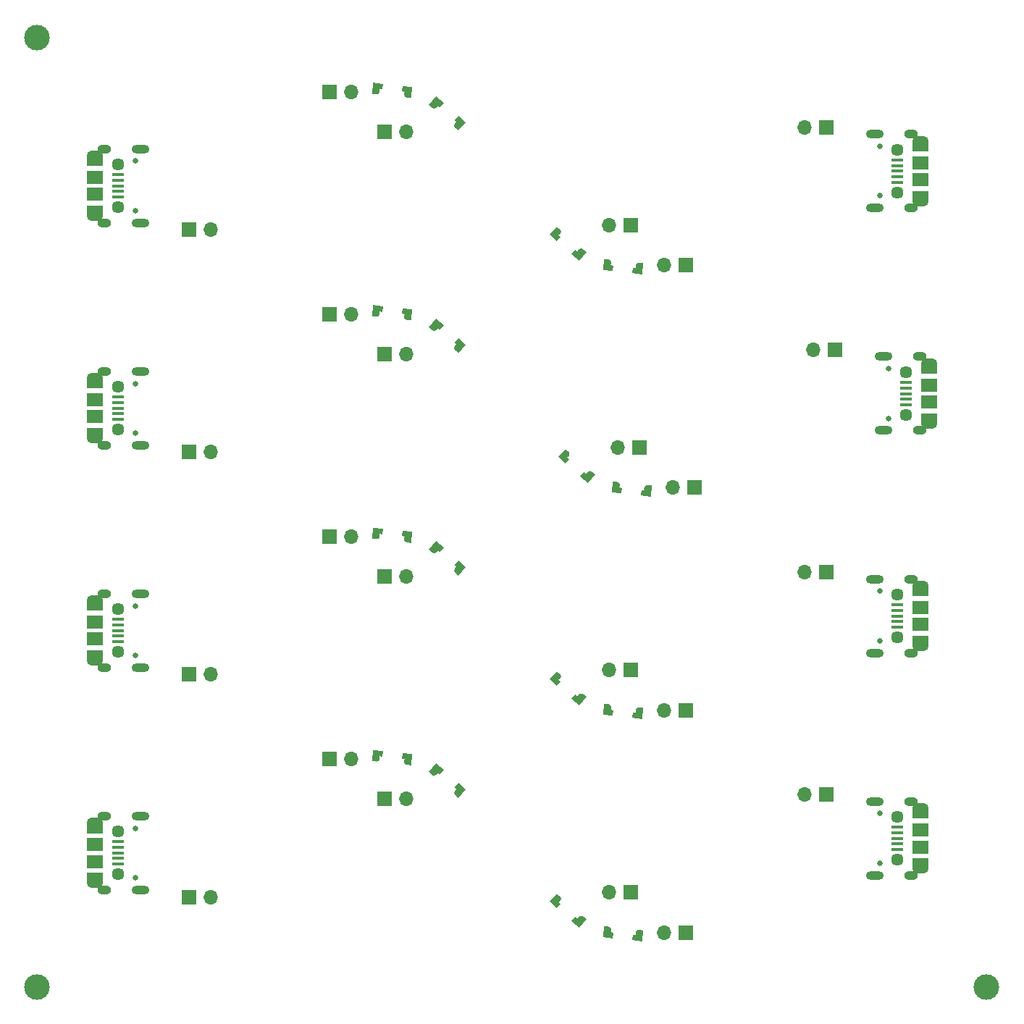
<source format=gbs>
%MOIN*%
%OFA0B0*%
%FSLAX46Y46*%
%IPPOS*%
%LPD*%
%ADD10C,0.0039370078740157488*%
%ADD11O,0.066929133858267723X0.066929133858267723*%
%ADD12R,0.066929133858267723X0.066929133858267723*%
%ADD13R,0.074803149606299218X0.059055118110236227*%
%ADD14C,0.057086614173228349*%
%ADD15R,0.053149606299212608X0.015748031496062995*%
%ADD16O,0.074803149606299218X0.047244094488188976*%
%ADD17R,0.074803149606299218X0.047244094488188976*%
%ADD18O,0.062992125984251982X0.03937007874015748*%
%ADD19C,0.025590551181102365*%
%ADD20O,0.082677165354330714X0.03937007874015748*%
%ADD31C,0.0039370078740157488*%
%ADD32O,0.066929133858267723X0.066929133858267723*%
%ADD33R,0.066929133858267723X0.066929133858267723*%
%ADD34R,0.074803149606299218X0.059055118110236227*%
%ADD35C,0.057086614173228349*%
%ADD36R,0.053149606299212608X0.015748031496062995*%
%ADD37O,0.074803149606299218X0.047244094488188976*%
%ADD38R,0.074803149606299218X0.047244094488188976*%
%ADD39O,0.062992125984251982X0.03937007874015748*%
%ADD40C,0.025590551181102365*%
%ADD41O,0.082677165354330714X0.03937007874015748*%
%ADD42C,0.0039370078740157488*%
%ADD43O,0.066929133858267723X0.066929133858267723*%
%ADD44R,0.066929133858267723X0.066929133858267723*%
%ADD45R,0.074803149606299218X0.059055118110236227*%
%ADD46C,0.057086614173228349*%
%ADD47R,0.053149606299212608X0.015748031496062995*%
%ADD48O,0.074803149606299218X0.047244094488188976*%
%ADD49R,0.074803149606299218X0.047244094488188976*%
%ADD50O,0.062992125984251982X0.03937007874015748*%
%ADD51C,0.025590551181102365*%
%ADD52O,0.082677165354330714X0.03937007874015748*%
%ADD53C,0.0039370078740157488*%
%ADD54O,0.066929133858267723X0.066929133858267723*%
%ADD55R,0.066929133858267723X0.066929133858267723*%
%ADD56R,0.074803149606299218X0.059055118110236227*%
%ADD57C,0.057086614173228349*%
%ADD58R,0.053149606299212608X0.015748031496062995*%
%ADD59O,0.074803149606299218X0.047244094488188976*%
%ADD60R,0.074803149606299218X0.047244094488188976*%
%ADD61O,0.062992125984251982X0.03937007874015748*%
%ADD62C,0.025590551181102365*%
%ADD63O,0.082677165354330714X0.03937007874015748*%
%ADD64C,0.0039370078740157488*%
%ADD65O,0.066929133858267723X0.066929133858267723*%
%ADD66R,0.066929133858267723X0.066929133858267723*%
%ADD67R,0.074803149606299218X0.059055118110236227*%
%ADD68C,0.057086614173228349*%
%ADD69R,0.053149606299212608X0.015748031496062995*%
%ADD70O,0.074803149606299218X0.047244094488188976*%
%ADD71R,0.074803149606299218X0.047244094488188976*%
%ADD72O,0.062992125984251982X0.03937007874015748*%
%ADD73C,0.025590551181102365*%
%ADD74O,0.082677165354330714X0.03937007874015748*%
%ADD75C,0.0039370078740157488*%
%ADD76O,0.066929133858267723X0.066929133858267723*%
%ADD77R,0.066929133858267723X0.066929133858267723*%
%ADD78R,0.074803149606299218X0.059055118110236227*%
%ADD79C,0.057086614173228349*%
%ADD80R,0.053149606299212608X0.015748031496062995*%
%ADD81O,0.074803149606299218X0.047244094488188976*%
%ADD82R,0.074803149606299218X0.047244094488188976*%
%ADD83O,0.062992125984251982X0.03937007874015748*%
%ADD84C,0.025590551181102365*%
%ADD85O,0.082677165354330714X0.03937007874015748*%
%ADD86C,0.0039370078740157488*%
%ADD87O,0.066929133858267723X0.066929133858267723*%
%ADD88R,0.066929133858267723X0.066929133858267723*%
%ADD89R,0.074803149606299218X0.059055118110236227*%
%ADD90C,0.057086614173228349*%
%ADD91R,0.053149606299212608X0.015748031496062995*%
%ADD92O,0.074803149606299218X0.047244094488188976*%
%ADD93R,0.074803149606299218X0.047244094488188976*%
%ADD94O,0.062992125984251982X0.03937007874015748*%
%ADD95C,0.025590551181102365*%
%ADD96O,0.082677165354330714X0.03937007874015748*%
%ADD97C,0.0039370078740157488*%
%ADD98O,0.066929133858267723X0.066929133858267723*%
%ADD99R,0.066929133858267723X0.066929133858267723*%
%ADD100R,0.074803149606299218X0.059055118110236227*%
%ADD101C,0.057086614173228349*%
%ADD102R,0.053149606299212608X0.015748031496062995*%
%ADD103O,0.074803149606299218X0.047244094488188976*%
%ADD104R,0.074803149606299218X0.047244094488188976*%
%ADD105O,0.062992125984251982X0.03937007874015748*%
%ADD106C,0.025590551181102365*%
%ADD107O,0.082677165354330714X0.03937007874015748*%
%ADD108C,0.11811023622047245*%
G01*
D10*
G36*
X0002057513Y0000987837D02*
G01*
X0002045627Y0000998168D01*
X0002045823Y0000998393D01*
X0002045255Y0000998718D01*
X0002043995Y0000999613D01*
X0002042828Y0001000627D01*
X0002041767Y0001001750D01*
X0002040821Y0001002972D01*
X0002039999Y0001004281D01*
X0002039309Y0001005664D01*
X0002038759Y0001007108D01*
X0002038352Y0001008599D01*
X0002038094Y0001010123D01*
X0002037986Y0001011664D01*
X0002038030Y0001013209D01*
X0002038225Y0001014742D01*
X0002038569Y0001016249D01*
X0002039060Y0001017714D01*
X0002039691Y0001019125D01*
X0002040458Y0001020467D01*
X0002041353Y0001021727D01*
X0002042367Y0001022893D01*
X0002043490Y0001023954D01*
X0002044712Y0001024901D01*
X0002046021Y0001025722D01*
X0002047404Y0001026412D01*
X0002048848Y0001026963D01*
X0002050339Y0001027369D01*
X0002050927Y0001027469D01*
X0002040132Y0001036854D01*
X0002056920Y0001056167D01*
X0002091090Y0001026464D01*
X0002057513Y0000987837D01*
G37*
G36*
X0001971792Y0001096261D02*
G01*
X0001960996Y0001105645D01*
X0001960979Y0001105048D01*
X0001960784Y0001103515D01*
X0001960440Y0001102009D01*
X0001959949Y0001100543D01*
X0001959318Y0001099133D01*
X0001958551Y0001097791D01*
X0001957656Y0001096531D01*
X0001956642Y0001095365D01*
X0001955519Y0001094303D01*
X0001954297Y0001093357D01*
X0001952988Y0001092535D01*
X0001951605Y0001091846D01*
X0001950161Y0001091295D01*
X0001948670Y0001090888D01*
X0001947146Y0001090630D01*
X0001945605Y0001090522D01*
X0001944060Y0001090566D01*
X0001942527Y0001090761D01*
X0001941020Y0001091105D01*
X0001939555Y0001091596D01*
X0001938144Y0001092227D01*
X0001936802Y0001092994D01*
X0001935542Y0001093889D01*
X0001934376Y0001094903D01*
X0001933314Y0001096026D01*
X0001932914Y0001096544D01*
X0001932718Y0001096319D01*
X0001920833Y0001106651D01*
X0001954411Y0001145277D01*
X0001988581Y0001115574D01*
X0001971792Y0001096261D01*
G37*
D11*
X0001817623Y0000982914D03*
D12*
X0001717623Y0000982914D03*
D13*
X0000383366Y0000773622D03*
D14*
X0000489665Y0000635826D03*
D15*
X0000489665Y0000708661D03*
X0000489665Y0000683070D03*
X0000489665Y0000785433D03*
X0000489665Y0000759842D03*
X0000489665Y0000734251D03*
D14*
X0000489665Y0000832677D03*
D13*
X0000383366Y0000694881D03*
D16*
X0000383366Y0000596456D03*
X0000383366Y0000872047D03*
D17*
X0000383366Y0000848425D03*
X0000383366Y0000620078D03*
D11*
X0000915323Y0000531814D03*
D12*
X0000815323Y0000531814D03*
D11*
X0001563582Y0001167322D03*
D12*
X0001463582Y0001167322D03*
D10*
G36*
X0001839070Y0001138172D02*
G01*
X0001823409Y0001139818D01*
X0001823440Y0001140115D01*
X0001822788Y0001140055D01*
X0001821242Y0001140065D01*
X0001819706Y0001140227D01*
X0001818192Y0001140538D01*
X0001816716Y0001140996D01*
X0001815292Y0001141597D01*
X0001813934Y0001142334D01*
X0001812655Y0001143201D01*
X0001811466Y0001144190D01*
X0001810381Y0001145290D01*
X0001809408Y0001146491D01*
X0001808558Y0001147781D01*
X0001807838Y0001149149D01*
X0001807256Y0001150580D01*
X0001806817Y0001152062D01*
X0001806526Y0001153580D01*
X0001806384Y0001155119D01*
X0001806395Y0001156664D01*
X0001806556Y0001158201D01*
X0001806867Y0001159715D01*
X0001807326Y0001161191D01*
X0001807926Y0001162615D01*
X0001808664Y0001163973D01*
X0001809531Y0001165252D01*
X0001810519Y0001166441D01*
X0001810944Y0001166860D01*
X0001796718Y0001168355D01*
X0001799393Y0001193805D01*
X0001844420Y0001189073D01*
X0001839070Y0001138172D01*
G37*
G36*
X0001706663Y0001177820D02*
G01*
X0001692436Y0001179315D01*
X0001692765Y0001178817D01*
X0001693484Y0001177449D01*
X0001694066Y0001176018D01*
X0001694505Y0001174536D01*
X0001694797Y0001173018D01*
X0001694938Y0001171479D01*
X0001694928Y0001169934D01*
X0001694767Y0001168397D01*
X0001694455Y0001166883D01*
X0001693997Y0001165407D01*
X0001693396Y0001163983D01*
X0001692659Y0001162625D01*
X0001691792Y0001161346D01*
X0001690804Y0001160158D01*
X0001689704Y0001159072D01*
X0001688503Y0001158099D01*
X0001687212Y0001157249D01*
X0001685844Y0001156530D01*
X0001684413Y0001155948D01*
X0001682931Y0001155509D01*
X0001681413Y0001155217D01*
X0001679874Y0001155076D01*
X0001678329Y0001155086D01*
X0001676792Y0001155247D01*
X0001675278Y0001155559D01*
X0001674653Y0001155753D01*
X0001674622Y0001155456D01*
X0001658960Y0001157102D01*
X0001664310Y0001208003D01*
X0001709338Y0001203271D01*
X0001706663Y0001177820D01*
G37*
D18*
X0000427285Y0000563935D03*
D19*
X0000570985Y0000620234D03*
D18*
X0000427285Y0000904092D03*
D19*
X0000570985Y0000847793D03*
D20*
X0000591851Y0000904092D03*
X0000591851Y0000563935D03*
G04 next file*
G04 Gerber Fmt 4.6, Leading zero omitted, Abs format (unit mm)*
G04 Created by KiCad (PCBNEW (5.1.10)-1) date 2021-07-16 00:37:02*
G01*
G04 APERTURE LIST*
G04 APERTURE END LIST*
D31*
G36*
X0002509416Y0000547595D02*
G01*
X0002521301Y0000537264D01*
X0002521105Y0000537039D01*
X0002521673Y0000536714D01*
X0002522934Y0000535819D01*
X0002524100Y0000534805D01*
X0002525161Y0000533682D01*
X0002526107Y0000532460D01*
X0002526929Y0000531151D01*
X0002527619Y0000529768D01*
X0002528170Y0000528324D01*
X0002528576Y0000526833D01*
X0002528834Y0000525309D01*
X0002528942Y0000523768D01*
X0002528898Y0000522223D01*
X0002528703Y0000520690D01*
X0002528359Y0000519183D01*
X0002527869Y0000517718D01*
X0002527237Y0000516307D01*
X0002526470Y0000514965D01*
X0002525575Y0000513705D01*
X0002524562Y0000512539D01*
X0002523438Y0000511478D01*
X0002522216Y0000510531D01*
X0002520907Y0000509710D01*
X0002519524Y0000509020D01*
X0002518080Y0000508469D01*
X0002516589Y0000508063D01*
X0002516001Y0000507963D01*
X0002526797Y0000498578D01*
X0002510008Y0000479265D01*
X0002475838Y0000508969D01*
X0002509416Y0000547595D01*
G37*
G36*
X0002595136Y0000439172D02*
G01*
X0002605932Y0000429787D01*
X0002605949Y0000430384D01*
X0002606144Y0000431917D01*
X0002606488Y0000433423D01*
X0002606979Y0000434889D01*
X0002607611Y0000436299D01*
X0002608377Y0000437641D01*
X0002609272Y0000438901D01*
X0002610286Y0000440068D01*
X0002611409Y0000441129D01*
X0002612631Y0000442075D01*
X0002613940Y0000442897D01*
X0002615323Y0000443586D01*
X0002616767Y0000444137D01*
X0002618258Y0000444544D01*
X0002619782Y0000444802D01*
X0002621324Y0000444910D01*
X0002622868Y0000444866D01*
X0002624401Y0000444671D01*
X0002625908Y0000444327D01*
X0002627374Y0000443836D01*
X0002628784Y0000443205D01*
X0002630126Y0000442438D01*
X0002631386Y0000441543D01*
X0002632552Y0000440529D01*
X0002633614Y0000439406D01*
X0002634014Y0000438888D01*
X0002634210Y0000439113D01*
X0002646095Y0000428782D01*
X0002612517Y0000390155D01*
X0002578347Y0000419858D01*
X0002595136Y0000439172D01*
G37*
D32*
X0002749305Y0000552518D03*
D33*
X0002849305Y0000552518D03*
D34*
X0004183562Y0000761810D03*
D35*
X0004077263Y0000899606D03*
D36*
X0004077263Y0000826771D03*
X0004077263Y0000852362D03*
X0004077263Y0000749999D03*
X0004077263Y0000775590D03*
X0004077263Y0000801181D03*
D35*
X0004077263Y0000702755D03*
D34*
X0004183562Y0000840551D03*
D37*
X0004183562Y0000938976D03*
X0004183562Y0000663385D03*
D38*
X0004183562Y0000687007D03*
X0004183562Y0000915354D03*
D32*
X0003651605Y0001003618D03*
D33*
X0003751605Y0001003618D03*
D32*
X0003003346Y0000368110D03*
D33*
X0003103346Y0000368110D03*
D31*
G36*
X0002727858Y0000397260D02*
G01*
X0002743520Y0000395614D01*
X0002743488Y0000395317D01*
X0002744140Y0000395377D01*
X0002745686Y0000395367D01*
X0002747223Y0000395206D01*
X0002748736Y0000394894D01*
X0002750212Y0000394436D01*
X0002751636Y0000393835D01*
X0002752994Y0000393098D01*
X0002754274Y0000392231D01*
X0002755462Y0000391242D01*
X0002756547Y0000390143D01*
X0002757520Y0000388942D01*
X0002758370Y0000387651D01*
X0002759090Y0000386283D01*
X0002759672Y0000384852D01*
X0002760111Y0000383370D01*
X0002760402Y0000381852D01*
X0002760544Y0000380313D01*
X0002760534Y0000378768D01*
X0002760372Y0000377231D01*
X0002760061Y0000375717D01*
X0002759602Y0000374241D01*
X0002759002Y0000372817D01*
X0002758264Y0000371459D01*
X0002757397Y0000370180D01*
X0002756409Y0000368992D01*
X0002755984Y0000368572D01*
X0002770210Y0000367077D01*
X0002767535Y0000341627D01*
X0002722508Y0000346359D01*
X0002727858Y0000397260D01*
G37*
G36*
X0002860266Y0000357612D02*
G01*
X0002874492Y0000356117D01*
X0002874163Y0000356615D01*
X0002873444Y0000357983D01*
X0002872862Y0000359414D01*
X0002872423Y0000360896D01*
X0002872131Y0000362414D01*
X0002871990Y0000363953D01*
X0002872000Y0000365498D01*
X0002872161Y0000367035D01*
X0002872473Y0000368549D01*
X0002872931Y0000370025D01*
X0002873532Y0000371449D01*
X0002874269Y0000372807D01*
X0002875136Y0000374086D01*
X0002876125Y0000375275D01*
X0002877224Y0000376360D01*
X0002878425Y0000377333D01*
X0002879716Y0000378183D01*
X0002881084Y0000378902D01*
X0002882515Y0000379485D01*
X0002883997Y0000379923D01*
X0002885515Y0000380215D01*
X0002887054Y0000380356D01*
X0002888599Y0000380346D01*
X0002890136Y0000380185D01*
X0002891650Y0000379873D01*
X0002892275Y0000379679D01*
X0002892306Y0000379976D01*
X0002907968Y0000378330D01*
X0002902618Y0000327429D01*
X0002857591Y0000332161D01*
X0002860266Y0000357612D01*
G37*
D39*
X0004139644Y0000971497D03*
D40*
X0003995943Y0000915198D03*
D39*
X0004139644Y0000631340D03*
D40*
X0003995943Y0000687639D03*
D41*
X0003975077Y0000631340D03*
X0003975077Y0000971497D03*
G04 next file*
G04 Gerber Fmt 4.6, Leading zero omitted, Abs format (unit mm)*
G04 Created by KiCad (PCBNEW (5.1.10)-1) date 2021-07-16 00:37:02*
G01*
G04 APERTURE LIST*
G04 APERTURE END LIST*
D42*
G36*
X0002057513Y0002011459D02*
G01*
X0002045627Y0002021790D01*
X0002045823Y0002022015D01*
X0002045255Y0002022340D01*
X0002043995Y0002023235D01*
X0002042828Y0002024249D01*
X0002041767Y0002025372D01*
X0002040821Y0002026594D01*
X0002039999Y0002027903D01*
X0002039309Y0002029286D01*
X0002038759Y0002030730D01*
X0002038352Y0002032221D01*
X0002038094Y0002033745D01*
X0002037986Y0002035286D01*
X0002038030Y0002036831D01*
X0002038225Y0002038364D01*
X0002038569Y0002039871D01*
X0002039060Y0002041336D01*
X0002039691Y0002042747D01*
X0002040458Y0002044089D01*
X0002041353Y0002045349D01*
X0002042367Y0002046515D01*
X0002043490Y0002047576D01*
X0002044712Y0002048523D01*
X0002046021Y0002049344D01*
X0002047404Y0002050034D01*
X0002048848Y0002050585D01*
X0002050339Y0002050991D01*
X0002050927Y0002051091D01*
X0002040132Y0002060476D01*
X0002056920Y0002079789D01*
X0002091090Y0002050086D01*
X0002057513Y0002011459D01*
G37*
G36*
X0001971792Y0002119883D02*
G01*
X0001960996Y0002129267D01*
X0001960979Y0002128671D01*
X0001960784Y0002127137D01*
X0001960440Y0002125631D01*
X0001959949Y0002124165D01*
X0001959318Y0002122755D01*
X0001958551Y0002121413D01*
X0001957656Y0002120153D01*
X0001956642Y0002118987D01*
X0001955519Y0002117925D01*
X0001954297Y0002116979D01*
X0001952988Y0002116157D01*
X0001951605Y0002115468D01*
X0001950161Y0002114917D01*
X0001948670Y0002114510D01*
X0001947146Y0002114252D01*
X0001945605Y0002114144D01*
X0001944060Y0002114188D01*
X0001942527Y0002114383D01*
X0001941020Y0002114728D01*
X0001939555Y0002115218D01*
X0001938144Y0002115850D01*
X0001936802Y0002116616D01*
X0001935542Y0002117511D01*
X0001934376Y0002118525D01*
X0001933314Y0002119648D01*
X0001932914Y0002120166D01*
X0001932718Y0002119941D01*
X0001920833Y0002130273D01*
X0001954411Y0002168899D01*
X0001988581Y0002139196D01*
X0001971792Y0002119883D01*
G37*
D43*
X0001817623Y0002006536D03*
D44*
X0001717623Y0002006536D03*
D45*
X0000383366Y0001797244D03*
D46*
X0000489665Y0001659448D03*
D47*
X0000489665Y0001732283D03*
X0000489665Y0001706692D03*
X0000489665Y0001809055D03*
X0000489665Y0001783464D03*
X0000489665Y0001757874D03*
D46*
X0000489665Y0001856299D03*
D45*
X0000383366Y0001718503D03*
D48*
X0000383366Y0001620078D03*
X0000383366Y0001895669D03*
D49*
X0000383366Y0001872047D03*
X0000383366Y0001643700D03*
D43*
X0000915323Y0001555436D03*
D44*
X0000815323Y0001555436D03*
D43*
X0001563582Y0002190944D03*
D44*
X0001463582Y0002190944D03*
D42*
G36*
X0001839070Y0002161794D02*
G01*
X0001823409Y0002163440D01*
X0001823440Y0002163737D01*
X0001822788Y0002163677D01*
X0001821242Y0002163687D01*
X0001819706Y0002163849D01*
X0001818192Y0002164160D01*
X0001816716Y0002164618D01*
X0001815292Y0002165219D01*
X0001813934Y0002165956D01*
X0001812655Y0002166823D01*
X0001811466Y0002167812D01*
X0001810381Y0002168912D01*
X0001809408Y0002170113D01*
X0001808558Y0002171403D01*
X0001807838Y0002172771D01*
X0001807256Y0002174202D01*
X0001806817Y0002175684D01*
X0001806526Y0002177202D01*
X0001806384Y0002178741D01*
X0001806395Y0002180286D01*
X0001806556Y0002181823D01*
X0001806867Y0002183337D01*
X0001807326Y0002184813D01*
X0001807926Y0002186237D01*
X0001808664Y0002187595D01*
X0001809531Y0002188874D01*
X0001810519Y0002190063D01*
X0001810944Y0002190482D01*
X0001796718Y0002191977D01*
X0001799393Y0002217427D01*
X0001844420Y0002212695D01*
X0001839070Y0002161794D01*
G37*
G36*
X0001706663Y0002201442D02*
G01*
X0001692436Y0002202938D01*
X0001692765Y0002202439D01*
X0001693484Y0002201071D01*
X0001694066Y0002199640D01*
X0001694505Y0002198158D01*
X0001694797Y0002196640D01*
X0001694938Y0002195101D01*
X0001694928Y0002193556D01*
X0001694767Y0002192019D01*
X0001694455Y0002190505D01*
X0001693997Y0002189029D01*
X0001693396Y0002187605D01*
X0001692659Y0002186247D01*
X0001691792Y0002184968D01*
X0001690804Y0002183780D01*
X0001689704Y0002182694D01*
X0001688503Y0002181721D01*
X0001687212Y0002180871D01*
X0001685844Y0002180152D01*
X0001684413Y0002179570D01*
X0001682931Y0002179131D01*
X0001681413Y0002178839D01*
X0001679874Y0002178698D01*
X0001678329Y0002178708D01*
X0001676792Y0002178869D01*
X0001675278Y0002179181D01*
X0001674653Y0002179375D01*
X0001674622Y0002179078D01*
X0001658960Y0002180725D01*
X0001664310Y0002231625D01*
X0001709338Y0002226893D01*
X0001706663Y0002201442D01*
G37*
D50*
X0000427285Y0001587557D03*
D51*
X0000570985Y0001643856D03*
D50*
X0000427285Y0001927714D03*
D51*
X0000570985Y0001871415D03*
D52*
X0000591851Y0001927714D03*
X0000591851Y0001587557D03*
G04 next file*
G04 Gerber Fmt 4.6, Leading zero omitted, Abs format (unit mm)*
G04 Created by KiCad (PCBNEW (5.1.10)-1) date 2021-07-16 00:37:02*
G01*
G04 APERTURE LIST*
G04 APERTURE END LIST*
D53*
G36*
X0002509416Y0001571217D02*
G01*
X0002521301Y0001560886D01*
X0002521105Y0001560661D01*
X0002521673Y0001560336D01*
X0002522934Y0001559441D01*
X0002524100Y0001558427D01*
X0002525161Y0001557304D01*
X0002526107Y0001556082D01*
X0002526929Y0001554773D01*
X0002527619Y0001553390D01*
X0002528170Y0001551946D01*
X0002528576Y0001550455D01*
X0002528834Y0001548931D01*
X0002528942Y0001547390D01*
X0002528898Y0001545845D01*
X0002528703Y0001544312D01*
X0002528359Y0001542805D01*
X0002527869Y0001541340D01*
X0002527237Y0001539929D01*
X0002526470Y0001538587D01*
X0002525575Y0001537327D01*
X0002524562Y0001536161D01*
X0002523438Y0001535100D01*
X0002522216Y0001534154D01*
X0002520907Y0001533332D01*
X0002519524Y0001532642D01*
X0002518080Y0001532092D01*
X0002516589Y0001531685D01*
X0002516001Y0001531585D01*
X0002526797Y0001522201D01*
X0002510008Y0001502887D01*
X0002475838Y0001532591D01*
X0002509416Y0001571217D01*
G37*
G36*
X0002595136Y0001462794D02*
G01*
X0002605932Y0001453409D01*
X0002605949Y0001454006D01*
X0002606144Y0001455539D01*
X0002606488Y0001457045D01*
X0002606979Y0001458511D01*
X0002607611Y0001459921D01*
X0002608377Y0001461263D01*
X0002609272Y0001462523D01*
X0002610286Y0001463690D01*
X0002611409Y0001464751D01*
X0002612631Y0001465697D01*
X0002613940Y0001466519D01*
X0002615323Y0001467208D01*
X0002616767Y0001467759D01*
X0002618258Y0001468166D01*
X0002619782Y0001468424D01*
X0002621324Y0001468532D01*
X0002622868Y0001468488D01*
X0002624401Y0001468293D01*
X0002625908Y0001467949D01*
X0002627374Y0001467458D01*
X0002628784Y0001466827D01*
X0002630126Y0001466060D01*
X0002631386Y0001465165D01*
X0002632552Y0001464151D01*
X0002633614Y0001463028D01*
X0002634014Y0001462510D01*
X0002634210Y0001462735D01*
X0002646095Y0001452404D01*
X0002612517Y0001413777D01*
X0002578347Y0001443480D01*
X0002595136Y0001462794D01*
G37*
D54*
X0002749305Y0001576140D03*
D55*
X0002849305Y0001576140D03*
D56*
X0004183562Y0001785433D03*
D57*
X0004077263Y0001923228D03*
D58*
X0004077263Y0001850393D03*
X0004077263Y0001875984D03*
X0004077263Y0001773622D03*
X0004077263Y0001799212D03*
X0004077263Y0001824803D03*
D57*
X0004077263Y0001726377D03*
D56*
X0004183562Y0001864173D03*
D59*
X0004183562Y0001962598D03*
X0004183562Y0001687007D03*
D60*
X0004183562Y0001710629D03*
X0004183562Y0001938976D03*
D54*
X0003651605Y0002027240D03*
D55*
X0003751605Y0002027240D03*
D54*
X0003003346Y0001391732D03*
D55*
X0003103346Y0001391732D03*
D53*
G36*
X0002727858Y0001420882D02*
G01*
X0002743520Y0001419236D01*
X0002743488Y0001418939D01*
X0002744140Y0001418999D01*
X0002745686Y0001418989D01*
X0002747223Y0001418828D01*
X0002748736Y0001418516D01*
X0002750212Y0001418058D01*
X0002751636Y0001417457D01*
X0002752994Y0001416720D01*
X0002754274Y0001415853D01*
X0002755462Y0001414865D01*
X0002756547Y0001413765D01*
X0002757520Y0001412564D01*
X0002758370Y0001411273D01*
X0002759090Y0001409905D01*
X0002759672Y0001408474D01*
X0002760111Y0001406992D01*
X0002760402Y0001405474D01*
X0002760544Y0001403935D01*
X0002760534Y0001402390D01*
X0002760372Y0001400853D01*
X0002760061Y0001399339D01*
X0002759602Y0001397863D01*
X0002759002Y0001396439D01*
X0002758264Y0001395081D01*
X0002757397Y0001393802D01*
X0002756409Y0001392614D01*
X0002755984Y0001392194D01*
X0002770210Y0001390699D01*
X0002767535Y0001365249D01*
X0002722508Y0001369981D01*
X0002727858Y0001420882D01*
G37*
G36*
X0002860266Y0001381234D02*
G01*
X0002874492Y0001379739D01*
X0002874163Y0001380237D01*
X0002873444Y0001381605D01*
X0002872862Y0001383036D01*
X0002872423Y0001384518D01*
X0002872131Y0001386036D01*
X0002871990Y0001387575D01*
X0002872000Y0001389120D01*
X0002872161Y0001390657D01*
X0002872473Y0001392171D01*
X0002872931Y0001393647D01*
X0002873532Y0001395071D01*
X0002874269Y0001396429D01*
X0002875136Y0001397708D01*
X0002876125Y0001398897D01*
X0002877224Y0001399982D01*
X0002878425Y0001400955D01*
X0002879716Y0001401805D01*
X0002881084Y0001402524D01*
X0002882515Y0001403107D01*
X0002883997Y0001403545D01*
X0002885515Y0001403837D01*
X0002887054Y0001403978D01*
X0002888599Y0001403968D01*
X0002890136Y0001403807D01*
X0002891650Y0001403495D01*
X0002892275Y0001403301D01*
X0002892306Y0001403598D01*
X0002907968Y0001401952D01*
X0002902618Y0001351051D01*
X0002857591Y0001355784D01*
X0002860266Y0001381234D01*
G37*
D61*
X0004139644Y0001995119D03*
D62*
X0003995943Y0001938820D03*
D61*
X0004139644Y0001654962D03*
D62*
X0003995943Y0001711261D03*
D63*
X0003975077Y0001654962D03*
X0003975077Y0001995119D03*
G04 next file*
G04 Gerber Fmt 4.6, Leading zero omitted, Abs format (unit mm)*
G04 Created by KiCad (PCBNEW (5.1.10)-1) date 2021-07-16 00:37:02*
G01*
G04 APERTURE LIST*
G04 APERTURE END LIST*
D64*
G36*
X0002057513Y0003035081D02*
G01*
X0002045627Y0003045412D01*
X0002045823Y0003045637D01*
X0002045255Y0003045962D01*
X0002043995Y0003046857D01*
X0002042828Y0003047871D01*
X0002041767Y0003048994D01*
X0002040821Y0003050216D01*
X0002039999Y0003051525D01*
X0002039309Y0003052908D01*
X0002038759Y0003054352D01*
X0002038352Y0003055843D01*
X0002038094Y0003057367D01*
X0002037986Y0003058908D01*
X0002038030Y0003060453D01*
X0002038225Y0003061986D01*
X0002038569Y0003063493D01*
X0002039060Y0003064958D01*
X0002039691Y0003066369D01*
X0002040458Y0003067711D01*
X0002041353Y0003068971D01*
X0002042367Y0003070137D01*
X0002043490Y0003071199D01*
X0002044712Y0003072145D01*
X0002046021Y0003072966D01*
X0002047404Y0003073656D01*
X0002048848Y0003074207D01*
X0002050339Y0003074613D01*
X0002050927Y0003074713D01*
X0002040132Y0003084098D01*
X0002056920Y0003103411D01*
X0002091090Y0003073708D01*
X0002057513Y0003035081D01*
G37*
G36*
X0001971792Y0003143505D02*
G01*
X0001960996Y0003152889D01*
X0001960979Y0003152293D01*
X0001960784Y0003150759D01*
X0001960440Y0003149253D01*
X0001959949Y0003147787D01*
X0001959318Y0003146377D01*
X0001958551Y0003145035D01*
X0001957656Y0003143775D01*
X0001956642Y0003142609D01*
X0001955519Y0003141547D01*
X0001954297Y0003140601D01*
X0001952988Y0003139779D01*
X0001951605Y0003139090D01*
X0001950161Y0003138539D01*
X0001948670Y0003138133D01*
X0001947146Y0003137874D01*
X0001945605Y0003137766D01*
X0001944060Y0003137810D01*
X0001942527Y0003138005D01*
X0001941020Y0003138350D01*
X0001939555Y0003138840D01*
X0001938144Y0003139472D01*
X0001936802Y0003140238D01*
X0001935542Y0003141133D01*
X0001934376Y0003142147D01*
X0001933314Y0003143270D01*
X0001932914Y0003143788D01*
X0001932718Y0003143563D01*
X0001920833Y0003153895D01*
X0001954411Y0003192522D01*
X0001988581Y0003162818D01*
X0001971792Y0003143505D01*
G37*
D65*
X0001817623Y0003030158D03*
D66*
X0001717623Y0003030158D03*
D67*
X0000383366Y0002820866D03*
D68*
X0000489665Y0002683070D03*
D69*
X0000489665Y0002755905D03*
X0000489665Y0002730314D03*
X0000489665Y0002832677D03*
X0000489665Y0002807086D03*
X0000489665Y0002781496D03*
D68*
X0000489665Y0002879921D03*
D67*
X0000383366Y0002742125D03*
D70*
X0000383366Y0002643700D03*
X0000383366Y0002919291D03*
D71*
X0000383366Y0002895669D03*
X0000383366Y0002667322D03*
D65*
X0000915323Y0002579058D03*
D66*
X0000815323Y0002579058D03*
D65*
X0001563582Y0003214566D03*
D66*
X0001463582Y0003214566D03*
D64*
G36*
X0001839070Y0003185416D02*
G01*
X0001823409Y0003187062D01*
X0001823440Y0003187359D01*
X0001822788Y0003187299D01*
X0001821242Y0003187309D01*
X0001819706Y0003187471D01*
X0001818192Y0003187782D01*
X0001816716Y0003188240D01*
X0001815292Y0003188841D01*
X0001813934Y0003189578D01*
X0001812655Y0003190445D01*
X0001811466Y0003191434D01*
X0001810381Y0003192534D01*
X0001809408Y0003193735D01*
X0001808558Y0003195025D01*
X0001807838Y0003196393D01*
X0001807256Y0003197825D01*
X0001806817Y0003199306D01*
X0001806526Y0003200824D01*
X0001806384Y0003202363D01*
X0001806395Y0003203908D01*
X0001806556Y0003205445D01*
X0001806867Y0003206959D01*
X0001807326Y0003208435D01*
X0001807926Y0003209859D01*
X0001808664Y0003211217D01*
X0001809531Y0003212496D01*
X0001810519Y0003213685D01*
X0001810944Y0003214104D01*
X0001796718Y0003215599D01*
X0001799393Y0003241050D01*
X0001844420Y0003236317D01*
X0001839070Y0003185416D01*
G37*
G36*
X0001706663Y0003225064D02*
G01*
X0001692436Y0003226560D01*
X0001692765Y0003226061D01*
X0001693484Y0003224693D01*
X0001694066Y0003223262D01*
X0001694505Y0003221780D01*
X0001694797Y0003220262D01*
X0001694938Y0003218723D01*
X0001694928Y0003217178D01*
X0001694767Y0003215641D01*
X0001694455Y0003214127D01*
X0001693997Y0003212651D01*
X0001693396Y0003211227D01*
X0001692659Y0003209869D01*
X0001691792Y0003208590D01*
X0001690804Y0003207402D01*
X0001689704Y0003206316D01*
X0001688503Y0003205344D01*
X0001687212Y0003204493D01*
X0001685844Y0003203774D01*
X0001684413Y0003203192D01*
X0001682931Y0003202753D01*
X0001681413Y0003202461D01*
X0001679874Y0003202320D01*
X0001678329Y0003202330D01*
X0001676792Y0003202491D01*
X0001675278Y0003202803D01*
X0001674653Y0003202997D01*
X0001674622Y0003202700D01*
X0001658960Y0003204347D01*
X0001664310Y0003255247D01*
X0001709338Y0003250515D01*
X0001706663Y0003225064D01*
G37*
D72*
X0000427285Y0002611179D03*
D73*
X0000570985Y0002667478D03*
D72*
X0000427285Y0002951337D03*
D73*
X0000570985Y0002895037D03*
D74*
X0000591851Y0002951337D03*
X0000591851Y0002611179D03*
G04 next file*
G04 Gerber Fmt 4.6, Leading zero omitted, Abs format (unit mm)*
G04 Created by KiCad (PCBNEW (5.1.10)-1) date 2021-07-16 00:37:02*
G01*
G04 APERTURE LIST*
G04 APERTURE END LIST*
D75*
G36*
X0002057513Y0004058703D02*
G01*
X0002045627Y0004069034D01*
X0002045823Y0004069259D01*
X0002045255Y0004069584D01*
X0002043995Y0004070479D01*
X0002042828Y0004071493D01*
X0002041767Y0004072616D01*
X0002040821Y0004073838D01*
X0002039999Y0004075147D01*
X0002039309Y0004076530D01*
X0002038759Y0004077974D01*
X0002038352Y0004079465D01*
X0002038094Y0004080989D01*
X0002037986Y0004082530D01*
X0002038030Y0004084075D01*
X0002038225Y0004085608D01*
X0002038569Y0004087115D01*
X0002039060Y0004088581D01*
X0002039691Y0004089991D01*
X0002040458Y0004091333D01*
X0002041353Y0004092593D01*
X0002042367Y0004093759D01*
X0002043490Y0004094821D01*
X0002044712Y0004095767D01*
X0002046021Y0004096589D01*
X0002047404Y0004097278D01*
X0002048848Y0004097829D01*
X0002050339Y0004098235D01*
X0002050927Y0004098335D01*
X0002040132Y0004107720D01*
X0002056920Y0004127033D01*
X0002091090Y0004097330D01*
X0002057513Y0004058703D01*
G37*
G36*
X0001971792Y0004167127D02*
G01*
X0001960996Y0004176511D01*
X0001960979Y0004175915D01*
X0001960784Y0004174382D01*
X0001960440Y0004172875D01*
X0001959949Y0004171409D01*
X0001959318Y0004169999D01*
X0001958551Y0004168657D01*
X0001957656Y0004167397D01*
X0001956642Y0004166231D01*
X0001955519Y0004165169D01*
X0001954297Y0004164223D01*
X0001952988Y0004163401D01*
X0001951605Y0004162712D01*
X0001950161Y0004162161D01*
X0001948670Y0004161755D01*
X0001947146Y0004161496D01*
X0001945605Y0004161388D01*
X0001944060Y0004161432D01*
X0001942527Y0004161627D01*
X0001941020Y0004161972D01*
X0001939555Y0004162462D01*
X0001938144Y0004163094D01*
X0001936802Y0004163861D01*
X0001935542Y0004164755D01*
X0001934376Y0004165769D01*
X0001933314Y0004166892D01*
X0001932914Y0004167410D01*
X0001932718Y0004167185D01*
X0001920833Y0004177517D01*
X0001954411Y0004216144D01*
X0001988581Y0004186440D01*
X0001971792Y0004167127D01*
G37*
D76*
X0001817623Y0004053780D03*
D77*
X0001717623Y0004053780D03*
D78*
X0000383366Y0003844488D03*
D79*
X0000489665Y0003706692D03*
D80*
X0000489665Y0003779527D03*
X0000489665Y0003753937D03*
X0000489665Y0003856299D03*
X0000489665Y0003830708D03*
X0000489665Y0003805118D03*
D79*
X0000489665Y0003903543D03*
D78*
X0000383366Y0003765748D03*
D81*
X0000383366Y0003667322D03*
X0000383366Y0003942913D03*
D82*
X0000383366Y0003919291D03*
X0000383366Y0003690944D03*
D76*
X0000915323Y0003602680D03*
D77*
X0000815323Y0003602680D03*
D76*
X0001563582Y0004238188D03*
D77*
X0001463582Y0004238188D03*
D75*
G36*
X0001839070Y0004209038D02*
G01*
X0001823409Y0004210684D01*
X0001823440Y0004210981D01*
X0001822788Y0004210921D01*
X0001821242Y0004210931D01*
X0001819706Y0004211093D01*
X0001818192Y0004211404D01*
X0001816716Y0004211862D01*
X0001815292Y0004212463D01*
X0001813934Y0004213201D01*
X0001812655Y0004214068D01*
X0001811466Y0004215056D01*
X0001810381Y0004216156D01*
X0001809408Y0004217357D01*
X0001808558Y0004218647D01*
X0001807838Y0004220015D01*
X0001807256Y0004221447D01*
X0001806817Y0004222928D01*
X0001806526Y0004224446D01*
X0001806384Y0004225985D01*
X0001806395Y0004227530D01*
X0001806556Y0004229067D01*
X0001806867Y0004230581D01*
X0001807326Y0004232057D01*
X0001807926Y0004233481D01*
X0001808664Y0004234839D01*
X0001809531Y0004236118D01*
X0001810519Y0004237307D01*
X0001810944Y0004237726D01*
X0001796718Y0004239221D01*
X0001799393Y0004264672D01*
X0001844420Y0004259939D01*
X0001839070Y0004209038D01*
G37*
G36*
X0001706663Y0004248686D02*
G01*
X0001692436Y0004250182D01*
X0001692765Y0004249683D01*
X0001693484Y0004248315D01*
X0001694066Y0004246884D01*
X0001694505Y0004245402D01*
X0001694797Y0004243884D01*
X0001694938Y0004242345D01*
X0001694928Y0004240800D01*
X0001694767Y0004239263D01*
X0001694455Y0004237749D01*
X0001693997Y0004236273D01*
X0001693396Y0004234849D01*
X0001692659Y0004233491D01*
X0001691792Y0004232212D01*
X0001690804Y0004231024D01*
X0001689704Y0004229938D01*
X0001688503Y0004228966D01*
X0001687212Y0004228115D01*
X0001685844Y0004227396D01*
X0001684413Y0004226814D01*
X0001682931Y0004226375D01*
X0001681413Y0004226083D01*
X0001679874Y0004225942D01*
X0001678329Y0004225952D01*
X0001676792Y0004226113D01*
X0001675278Y0004226425D01*
X0001674653Y0004226619D01*
X0001674622Y0004226322D01*
X0001658960Y0004227969D01*
X0001664310Y0004278869D01*
X0001709338Y0004274137D01*
X0001706663Y0004248686D01*
G37*
D83*
X0000427285Y0003634801D03*
D84*
X0000570985Y0003691100D03*
D83*
X0000427285Y0003974959D03*
D84*
X0000570985Y0003918659D03*
D85*
X0000591851Y0003974959D03*
X0000591851Y0003634801D03*
G04 next file*
G04 Gerber Fmt 4.6, Leading zero omitted, Abs format (unit mm)*
G04 Created by KiCad (PCBNEW (5.1.10)-1) date 2021-07-16 00:37:02*
G01*
G04 APERTURE LIST*
G04 APERTURE END LIST*
D86*
G36*
X0002548786Y0002594840D02*
G01*
X0002560671Y0002584508D01*
X0002560475Y0002584283D01*
X0002561044Y0002583958D01*
X0002562304Y0002583063D01*
X0002563470Y0002582049D01*
X0002564531Y0002580926D01*
X0002565477Y0002579704D01*
X0002566299Y0002578395D01*
X0002566989Y0002577012D01*
X0002567540Y0002575568D01*
X0002567946Y0002574077D01*
X0002568204Y0002572554D01*
X0002568312Y0002571012D01*
X0002568268Y0002569467D01*
X0002568073Y0002567934D01*
X0002567729Y0002566427D01*
X0002567239Y0002564962D01*
X0002566607Y0002563551D01*
X0002565840Y0002562210D01*
X0002564945Y0002560949D01*
X0002563932Y0002559783D01*
X0002562808Y0002558722D01*
X0002561586Y0002557776D01*
X0002560277Y0002556954D01*
X0002558894Y0002556264D01*
X0002557450Y0002555714D01*
X0002555959Y0002555307D01*
X0002555371Y0002555207D01*
X0002566167Y0002545823D01*
X0002549378Y0002526509D01*
X0002515208Y0002556213D01*
X0002548786Y0002594840D01*
G37*
G36*
X0002634506Y0002486416D02*
G01*
X0002645302Y0002477031D01*
X0002645319Y0002477628D01*
X0002645514Y0002479161D01*
X0002645859Y0002480667D01*
X0002646349Y0002482133D01*
X0002646981Y0002483543D01*
X0002647747Y0002484885D01*
X0002648642Y0002486145D01*
X0002649656Y0002487312D01*
X0002650779Y0002488373D01*
X0002652001Y0002489319D01*
X0002653310Y0002490141D01*
X0002654693Y0002490830D01*
X0002656137Y0002491381D01*
X0002657628Y0002491788D01*
X0002659152Y0002492046D01*
X0002660694Y0002492154D01*
X0002662238Y0002492110D01*
X0002663772Y0002491915D01*
X0002665278Y0002491571D01*
X0002666744Y0002491080D01*
X0002668154Y0002490449D01*
X0002669496Y0002489682D01*
X0002670756Y0002488787D01*
X0002671922Y0002487773D01*
X0002672984Y0002486650D01*
X0002673385Y0002486132D01*
X0002673580Y0002486357D01*
X0002685465Y0002476026D01*
X0002651887Y0002437399D01*
X0002617718Y0002467102D01*
X0002634506Y0002486416D01*
G37*
D87*
X0002788675Y0002599762D03*
D88*
X0002888675Y0002599762D03*
D89*
X0004222933Y0002809055D03*
D90*
X0004116633Y0002946850D03*
D91*
X0004116633Y0002874015D03*
X0004116633Y0002899606D03*
X0004116633Y0002797244D03*
X0004116633Y0002822834D03*
X0004116633Y0002848425D03*
D90*
X0004116633Y0002750000D03*
D89*
X0004222933Y0002887795D03*
D92*
X0004222933Y0002986220D03*
X0004222933Y0002710629D03*
D93*
X0004222933Y0002734251D03*
X0004222933Y0002962598D03*
D87*
X0003690975Y0003050862D03*
D88*
X0003790975Y0003050862D03*
D87*
X0003042716Y0002415354D03*
D88*
X0003142716Y0002415354D03*
D86*
G36*
X0002767228Y0002444504D02*
G01*
X0002782890Y0002442858D01*
X0002782858Y0002442561D01*
X0002783510Y0002442621D01*
X0002785056Y0002442611D01*
X0002786593Y0002442450D01*
X0002788106Y0002442138D01*
X0002789582Y0002441680D01*
X0002791006Y0002441079D01*
X0002792364Y0002440342D01*
X0002793644Y0002439475D01*
X0002794832Y0002438487D01*
X0002795918Y0002437387D01*
X0002796890Y0002436186D01*
X0002797740Y0002434895D01*
X0002798460Y0002433527D01*
X0002799042Y0002432096D01*
X0002799481Y0002430614D01*
X0002799772Y0002429096D01*
X0002799914Y0002427557D01*
X0002799904Y0002426012D01*
X0002799742Y0002424475D01*
X0002799431Y0002422961D01*
X0002798972Y0002421485D01*
X0002798372Y0002420061D01*
X0002797634Y0002418703D01*
X0002796767Y0002417424D01*
X0002795779Y0002416236D01*
X0002795354Y0002415816D01*
X0002809580Y0002414321D01*
X0002806906Y0002388871D01*
X0002761878Y0002393603D01*
X0002767228Y0002444504D01*
G37*
G36*
X0002899636Y0002404856D02*
G01*
X0002913862Y0002403361D01*
X0002913533Y0002403859D01*
X0002912814Y0002405227D01*
X0002912232Y0002406658D01*
X0002911793Y0002408140D01*
X0002911501Y0002409658D01*
X0002911360Y0002411197D01*
X0002911370Y0002412742D01*
X0002911532Y0002414279D01*
X0002911843Y0002415793D01*
X0002912301Y0002417269D01*
X0002912902Y0002418693D01*
X0002913639Y0002420051D01*
X0002914506Y0002421330D01*
X0002915495Y0002422519D01*
X0002916595Y0002423604D01*
X0002917796Y0002424577D01*
X0002919086Y0002425427D01*
X0002920454Y0002426147D01*
X0002921885Y0002426729D01*
X0002923367Y0002427168D01*
X0002924885Y0002427459D01*
X0002926424Y0002427600D01*
X0002927969Y0002427590D01*
X0002929506Y0002427429D01*
X0002931020Y0002427117D01*
X0002931645Y0002426923D01*
X0002931676Y0002427220D01*
X0002947338Y0002425574D01*
X0002941988Y0002374673D01*
X0002896961Y0002379406D01*
X0002899636Y0002404856D01*
G37*
D94*
X0004179014Y0003018741D03*
D95*
X0004035313Y0002962442D03*
D94*
X0004179014Y0002678584D03*
D95*
X0004035313Y0002734883D03*
D96*
X0004014447Y0002678584D03*
X0004014447Y0003018741D03*
G04 next file*
G04 Gerber Fmt 4.6, Leading zero omitted, Abs format (unit mm)*
G04 Created by KiCad (PCBNEW (5.1.10)-1) date 2021-07-16 00:37:02*
G01*
G04 APERTURE LIST*
G04 APERTURE END LIST*
D97*
G36*
X0002509416Y0003618462D02*
G01*
X0002521301Y0003608130D01*
X0002521105Y0003607905D01*
X0002521673Y0003607580D01*
X0002522934Y0003606685D01*
X0002524100Y0003605671D01*
X0002525161Y0003604548D01*
X0002526107Y0003603326D01*
X0002526929Y0003602017D01*
X0002527619Y0003600634D01*
X0002528170Y0003599190D01*
X0002528576Y0003597699D01*
X0002528834Y0003596176D01*
X0002528942Y0003594634D01*
X0002528898Y0003593089D01*
X0002528703Y0003591556D01*
X0002528359Y0003590049D01*
X0002527869Y0003588584D01*
X0002527237Y0003587173D01*
X0002526470Y0003585832D01*
X0002525575Y0003584572D01*
X0002524562Y0003583405D01*
X0002523438Y0003582344D01*
X0002522216Y0003581398D01*
X0002520907Y0003580576D01*
X0002519524Y0003579886D01*
X0002518080Y0003579336D01*
X0002516589Y0003578929D01*
X0002516001Y0003578829D01*
X0002526797Y0003569445D01*
X0002510008Y0003550131D01*
X0002475838Y0003579835D01*
X0002509416Y0003618462D01*
G37*
G36*
X0002595136Y0003510038D02*
G01*
X0002605932Y0003500653D01*
X0002605949Y0003501250D01*
X0002606144Y0003502783D01*
X0002606488Y0003504289D01*
X0002606979Y0003505755D01*
X0002607611Y0003507165D01*
X0002608377Y0003508507D01*
X0002609272Y0003509767D01*
X0002610286Y0003510934D01*
X0002611409Y0003511995D01*
X0002612631Y0003512941D01*
X0002613940Y0003513763D01*
X0002615323Y0003514453D01*
X0002616767Y0003515003D01*
X0002618258Y0003515410D01*
X0002619782Y0003515668D01*
X0002621324Y0003515776D01*
X0002622868Y0003515732D01*
X0002624401Y0003515537D01*
X0002625908Y0003515193D01*
X0002627374Y0003514702D01*
X0002628784Y0003514071D01*
X0002630126Y0003513304D01*
X0002631386Y0003512409D01*
X0002632552Y0003511395D01*
X0002633614Y0003510272D01*
X0002634014Y0003509754D01*
X0002634210Y0003509979D01*
X0002646095Y0003499648D01*
X0002612517Y0003461021D01*
X0002578347Y0003490724D01*
X0002595136Y0003510038D01*
G37*
D98*
X0002749305Y0003623385D03*
D99*
X0002849305Y0003623385D03*
D100*
X0004183562Y0003832677D03*
D101*
X0004077263Y0003970472D03*
D102*
X0004077263Y0003897637D03*
X0004077263Y0003923228D03*
X0004077263Y0003820866D03*
X0004077263Y0003846456D03*
X0004077263Y0003872047D03*
D101*
X0004077263Y0003773622D03*
D100*
X0004183562Y0003911417D03*
D103*
X0004183562Y0004009842D03*
X0004183562Y0003734251D03*
D104*
X0004183562Y0003757874D03*
X0004183562Y0003986220D03*
D98*
X0003651605Y0004074485D03*
D99*
X0003751605Y0004074485D03*
D98*
X0003003346Y0003438976D03*
D99*
X0003103346Y0003438976D03*
D97*
G36*
X0002727858Y0003468126D02*
G01*
X0002743520Y0003466480D01*
X0002743488Y0003466183D01*
X0002744140Y0003466243D01*
X0002745686Y0003466233D01*
X0002747223Y0003466072D01*
X0002748736Y0003465760D01*
X0002750212Y0003465302D01*
X0002751636Y0003464701D01*
X0002752994Y0003463964D01*
X0002754274Y0003463097D01*
X0002755462Y0003462109D01*
X0002756547Y0003461009D01*
X0002757520Y0003459808D01*
X0002758370Y0003458517D01*
X0002759090Y0003457149D01*
X0002759672Y0003455718D01*
X0002760111Y0003454236D01*
X0002760402Y0003452718D01*
X0002760544Y0003451179D01*
X0002760534Y0003449634D01*
X0002760372Y0003448097D01*
X0002760061Y0003446583D01*
X0002759602Y0003445107D01*
X0002759002Y0003443683D01*
X0002758264Y0003442325D01*
X0002757397Y0003441046D01*
X0002756409Y0003439858D01*
X0002755984Y0003439438D01*
X0002770210Y0003437943D01*
X0002767535Y0003412493D01*
X0002722508Y0003417225D01*
X0002727858Y0003468126D01*
G37*
G36*
X0002860266Y0003428478D02*
G01*
X0002874492Y0003426983D01*
X0002874163Y0003427481D01*
X0002873444Y0003428849D01*
X0002872862Y0003430281D01*
X0002872423Y0003431762D01*
X0002872131Y0003433280D01*
X0002871990Y0003434819D01*
X0002872000Y0003436364D01*
X0002872161Y0003437901D01*
X0002872473Y0003439415D01*
X0002872931Y0003440891D01*
X0002873532Y0003442315D01*
X0002874269Y0003443673D01*
X0002875136Y0003444952D01*
X0002876125Y0003446141D01*
X0002877224Y0003447226D01*
X0002878425Y0003448199D01*
X0002879716Y0003449049D01*
X0002881084Y0003449769D01*
X0002882515Y0003450351D01*
X0002883997Y0003450790D01*
X0002885515Y0003451081D01*
X0002887054Y0003451223D01*
X0002888599Y0003451212D01*
X0002890136Y0003451051D01*
X0002891650Y0003450739D01*
X0002892275Y0003450545D01*
X0002892306Y0003450842D01*
X0002907968Y0003449196D01*
X0002902618Y0003398295D01*
X0002857591Y0003403028D01*
X0002860266Y0003428478D01*
G37*
D105*
X0004139644Y0004042363D03*
D106*
X0003995943Y0003986064D03*
D105*
X0004139644Y0003702206D03*
D106*
X0003995943Y0003758505D03*
D107*
X0003975077Y0003702206D03*
X0003975077Y0004042363D03*
G04 next file*
D108*
X0000000000Y0000000000D02*
X0000118110Y0004488188D03*
X0000118110Y0000118110D03*
X0004488188Y0000118110D03*
M02*
</source>
